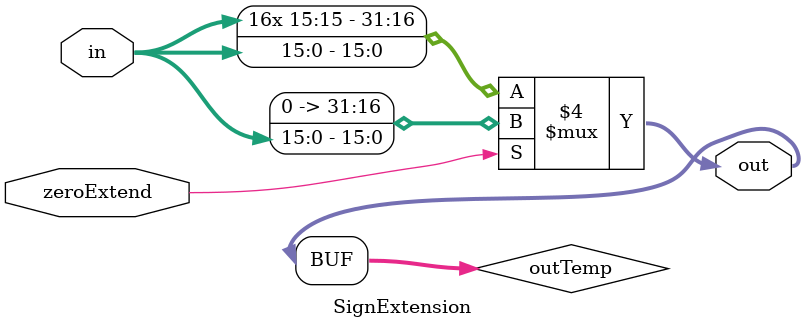
<source format=v>
`timescale 1ns / 1ps
module SignExtension(in, zeroExtend, out);

    /* A 16-Bit input word */
    input [15:0] in;
    input zeroExtend;
    
    /* A 32-Bit output word */
    output [31:0] out;
    
    reg [31:0] outTemp;
    /* Fill in the implementation here ... */
        
    always@(in, zeroExtend)begin
        if(zeroExtend == 1'b1) outTemp <= {{16{1'b0}}, in};
        else outTemp <= { {16{in[15]}}, in};
    end
    
    assign out = outTemp;
    
endmodule

</source>
